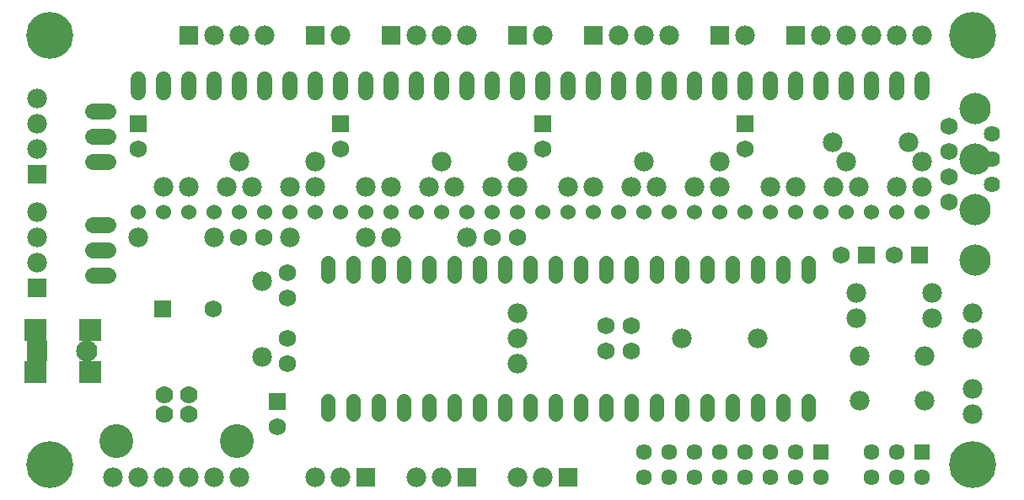
<source format=gts>
G75*
G70*
%OFA0B0*%
%FSLAX24Y24*%
%IPPOS*%
%LPD*%
%AMOC8*
5,1,8,0,0,1.08239X$1,22.5*
%
%ADD10C,0.0780*%
%ADD11C,0.0690*%
%ADD12C,0.0700*%
%ADD13C,0.1340*%
%ADD14C,0.0600*%
%ADD15C,0.0600*%
%ADD16R,0.0690X0.0690*%
%ADD17R,0.0780X0.0780*%
%ADD18C,0.1240*%
%ADD19C,0.0560*%
%ADD20C,0.0640*%
%ADD21R,0.0840X0.0840*%
%ADD22C,0.0840*%
%ADD23R,0.0867X0.0867*%
%ADD24C,0.0640*%
%ADD25C,0.0634*%
%ADD26R,0.0634X0.0634*%
%ADD27C,0.1857*%
D10*
X005058Y002572D03*
X006058Y002572D03*
X007058Y002572D03*
X008058Y002572D03*
X009058Y002572D03*
X010058Y002572D03*
X013058Y002572D03*
X014058Y002572D03*
X017058Y002572D03*
X018058Y002572D03*
X021058Y002572D03*
X022058Y002572D03*
X021058Y007072D03*
X021058Y008072D03*
X021058Y009072D03*
X019058Y012072D03*
X016058Y012072D03*
X015058Y012072D03*
X012058Y012072D03*
X009058Y012072D03*
X010958Y010322D03*
X006058Y012072D03*
X007058Y014072D03*
X008058Y014072D03*
X009558Y014072D03*
X010558Y014072D03*
X012058Y014072D03*
X013058Y014072D03*
X013058Y015072D03*
X015058Y014072D03*
X016058Y014072D03*
X017558Y014072D03*
X018558Y014072D03*
X020058Y014072D03*
X021058Y014072D03*
X021058Y015072D03*
X023058Y014072D03*
X024058Y014072D03*
X025558Y014072D03*
X026558Y014072D03*
X028058Y014072D03*
X029058Y014072D03*
X031058Y014072D03*
X032058Y014072D03*
X033558Y014072D03*
X034558Y014072D03*
X036058Y014072D03*
X037058Y014072D03*
X037058Y015072D03*
X036508Y015822D03*
X034058Y015072D03*
X033508Y015822D03*
X029058Y015072D03*
X026058Y015072D03*
X018058Y015072D03*
X010058Y015072D03*
X002058Y015572D03*
X002058Y016572D03*
X002058Y017572D03*
X009058Y020072D03*
X010058Y020072D03*
X011058Y020072D03*
X014058Y020072D03*
X017058Y020072D03*
X018058Y020072D03*
X019058Y020072D03*
X022058Y020072D03*
X025058Y020072D03*
X026058Y020072D03*
X027058Y020072D03*
X030058Y020072D03*
X033058Y020072D03*
X034058Y020072D03*
X035058Y020072D03*
X036058Y020072D03*
X037058Y020072D03*
X037458Y009872D03*
X039058Y009072D03*
X037458Y008872D03*
X039058Y008072D03*
X037145Y007369D03*
X039058Y006072D03*
X039058Y005072D03*
X037145Y005589D03*
X034585Y005589D03*
X034585Y007369D03*
X034458Y008872D03*
X034458Y009872D03*
X030558Y008072D03*
X027558Y008072D03*
X010958Y007322D03*
X002058Y011072D03*
X002058Y012072D03*
X002058Y013072D03*
D11*
X006058Y015572D03*
X010008Y012072D03*
X011008Y012072D03*
X011958Y010672D03*
X011958Y009672D03*
X009008Y009222D03*
X011958Y008072D03*
X011958Y007072D03*
X011558Y004572D03*
X024558Y007572D03*
X025558Y007572D03*
X025558Y008572D03*
X024558Y008572D03*
X021058Y012072D03*
X020058Y012072D03*
X022058Y015572D03*
X014058Y015572D03*
X030058Y015572D03*
X033858Y011372D03*
X035958Y011366D03*
X038108Y013472D03*
X038108Y014472D03*
X038108Y015472D03*
X038108Y016472D03*
D12*
X008050Y005852D03*
X007066Y005852D03*
X007066Y005072D03*
X008050Y005072D03*
D13*
X009928Y004002D03*
X005188Y004002D03*
D14*
X006058Y013072D03*
X007058Y013072D03*
X008058Y013072D03*
X009058Y013072D03*
X010058Y013072D03*
X011058Y013072D03*
X012058Y013072D03*
X013058Y013072D03*
X014058Y013072D03*
X015058Y013072D03*
X016058Y013072D03*
X017058Y013072D03*
X018058Y013072D03*
X019058Y013072D03*
X020058Y013072D03*
X021058Y013072D03*
X022058Y013072D03*
X023058Y013072D03*
X024058Y013072D03*
X025058Y013072D03*
X026058Y013072D03*
X027058Y013072D03*
X028058Y013072D03*
X029058Y013072D03*
X030058Y013072D03*
X031058Y013072D03*
X032058Y013072D03*
X033058Y013072D03*
X034058Y013072D03*
X035058Y013072D03*
X036058Y013072D03*
X037058Y013072D03*
D15*
X037058Y017792D02*
X037058Y018352D01*
X036058Y018352D02*
X036058Y017792D01*
X035058Y017792D02*
X035058Y018352D01*
X034058Y018352D02*
X034058Y017792D01*
X033058Y017792D02*
X033058Y018352D01*
X032058Y018352D02*
X032058Y017792D01*
X031058Y017792D02*
X031058Y018352D01*
X030058Y018352D02*
X030058Y017792D01*
X029058Y017792D02*
X029058Y018352D01*
X028058Y018352D02*
X028058Y017792D01*
X027058Y017792D02*
X027058Y018352D01*
X026058Y018352D02*
X026058Y017792D01*
X025058Y017792D02*
X025058Y018352D01*
X024058Y018352D02*
X024058Y017792D01*
X023058Y017792D02*
X023058Y018352D01*
X022058Y018352D02*
X022058Y017792D01*
X021058Y017792D02*
X021058Y018352D01*
X020058Y018352D02*
X020058Y017792D01*
X019058Y017792D02*
X019058Y018352D01*
X018058Y018352D02*
X018058Y017792D01*
X017058Y017792D02*
X017058Y018352D01*
X016058Y018352D02*
X016058Y017792D01*
X015058Y017792D02*
X015058Y018352D01*
X014058Y018352D02*
X014058Y017792D01*
X013058Y017792D02*
X013058Y018352D01*
X012058Y018352D02*
X012058Y017792D01*
X011058Y017792D02*
X011058Y018352D01*
X010058Y018352D02*
X010058Y017792D01*
X009058Y017792D02*
X009058Y018352D01*
X008058Y018352D02*
X008058Y017792D01*
X007058Y017792D02*
X007058Y018352D01*
X006058Y018352D02*
X006058Y017792D01*
D16*
X006058Y016572D03*
X014058Y016572D03*
X022058Y016572D03*
X030058Y016572D03*
X034858Y011372D03*
X036958Y011366D03*
X011558Y005572D03*
X007008Y009222D03*
D17*
X002058Y010072D03*
X002058Y014572D03*
X008058Y020072D03*
X013058Y020072D03*
X016058Y020072D03*
X021058Y020072D03*
X024058Y020072D03*
X029058Y020072D03*
X032058Y020072D03*
X023058Y002572D03*
X019058Y002572D03*
X015058Y002572D03*
D18*
X039152Y011172D03*
X039152Y013172D03*
X039152Y015172D03*
X039152Y017172D03*
D19*
X032558Y011072D02*
X032558Y010552D01*
X031558Y010552D02*
X031558Y011072D01*
X030558Y011072D02*
X030558Y010552D01*
X029558Y010552D02*
X029558Y011072D01*
X028558Y011072D02*
X028558Y010552D01*
X027558Y010552D02*
X027558Y011072D01*
X026558Y011072D02*
X026558Y010552D01*
X025558Y010552D02*
X025558Y011072D01*
X024558Y011072D02*
X024558Y010552D01*
X023558Y010552D02*
X023558Y011072D01*
X022558Y011072D02*
X022558Y010552D01*
X021558Y010552D02*
X021558Y011072D01*
X020558Y011072D02*
X020558Y010552D01*
X019558Y010552D02*
X019558Y011072D01*
X018558Y011072D02*
X018558Y010552D01*
X017558Y010552D02*
X017558Y011072D01*
X016558Y011072D02*
X016558Y010552D01*
X015558Y010552D02*
X015558Y011072D01*
X014558Y011072D02*
X014558Y010552D01*
X013558Y010552D02*
X013558Y011072D01*
X013558Y005592D02*
X013558Y005072D01*
X014558Y005072D02*
X014558Y005592D01*
X015558Y005592D02*
X015558Y005072D01*
X016558Y005072D02*
X016558Y005592D01*
X017558Y005592D02*
X017558Y005072D01*
X018558Y005072D02*
X018558Y005592D01*
X019558Y005592D02*
X019558Y005072D01*
X020558Y005072D02*
X020558Y005592D01*
X021558Y005592D02*
X021558Y005072D01*
X022558Y005072D02*
X022558Y005592D01*
X023558Y005592D02*
X023558Y005072D01*
X024558Y005072D02*
X024558Y005592D01*
X025558Y005592D02*
X025558Y005072D01*
X026558Y005072D02*
X026558Y005592D01*
X027558Y005592D02*
X027558Y005072D01*
X028558Y005072D02*
X028558Y005592D01*
X029558Y005592D02*
X029558Y005072D01*
X030558Y005072D02*
X030558Y005592D01*
X031558Y005592D02*
X031558Y005072D01*
X032558Y005072D02*
X032558Y005592D01*
D20*
X004858Y010572D02*
X004258Y010572D01*
X004258Y011572D02*
X004858Y011572D01*
X004858Y012572D02*
X004258Y012572D01*
X004258Y015072D02*
X004858Y015072D01*
X004858Y016072D02*
X004258Y016072D01*
X004258Y017072D02*
X004858Y017072D01*
D21*
X002058Y007572D03*
D22*
X004027Y007572D03*
D23*
X004141Y006746D03*
X001976Y006746D03*
X001976Y008399D03*
X004141Y008399D03*
D24*
X039808Y014172D03*
X039808Y015172D03*
X039808Y016172D03*
D25*
X036058Y003572D03*
X035058Y003572D03*
X035058Y002572D03*
X036058Y002572D03*
X037058Y002572D03*
X033058Y002572D03*
X032058Y002572D03*
X031058Y002572D03*
X030058Y002572D03*
X029058Y002572D03*
X028058Y002572D03*
X027058Y002572D03*
X026058Y002572D03*
X026058Y003572D03*
X027058Y003572D03*
X028058Y003572D03*
X029058Y003572D03*
X030058Y003572D03*
X031058Y003572D03*
X032058Y003572D03*
D26*
X033058Y003572D03*
X037058Y003572D03*
D27*
X039058Y003072D03*
X039058Y020072D03*
X002558Y020072D03*
X002558Y003072D03*
M02*

</source>
